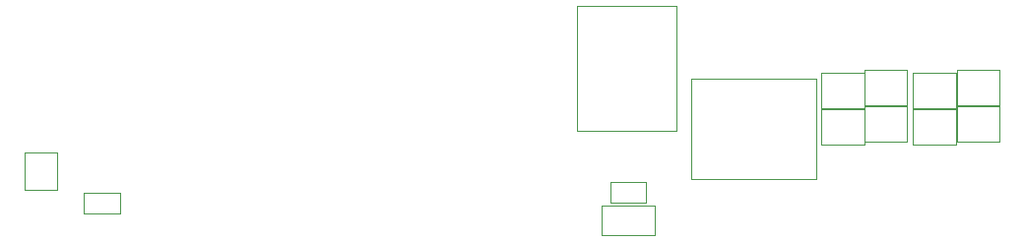
<source format=gbr>
G04 #@! TF.GenerationSoftware,KiCad,Pcbnew,(5.99.0-576-ga860ac506)*
G04 #@! TF.CreationDate,2020-08-23T19:59:58+02:00*
G04 #@! TF.ProjectId,50 pin to 34 pin Floppy Adapter,35302070-696e-4207-946f-203334207069,rev?*
G04 #@! TF.SameCoordinates,Original*
G04 #@! TF.FileFunction,Other,User*
%FSLAX46Y46*%
G04 Gerber Fmt 4.6, Leading zero omitted, Abs format (unit mm)*
G04 Created by KiCad (PCBNEW (5.99.0-576-ga860ac506)) date 2020-08-23 19:59:58*
%MOMM*%
%LPD*%
G04 APERTURE LIST*
%ADD10C,0.050000*%
G04 APERTURE END LIST*
D10*
X84935500Y-39921500D02*
X89435500Y-39921500D01*
X84935500Y-37421500D02*
X84935500Y-39921500D01*
X89435500Y-37421500D02*
X84935500Y-37421500D01*
X89435500Y-39921500D02*
X89435500Y-37421500D01*
X35288000Y-36019500D02*
X35288000Y-32819500D01*
X38088000Y-36019500D02*
X38088000Y-32819500D01*
X38088000Y-36019500D02*
X35288000Y-36019500D01*
X35288000Y-32819500D02*
X38088000Y-32819500D01*
X85638000Y-37158500D02*
X88738000Y-37158500D01*
X85638000Y-37158500D02*
X85638000Y-35358500D01*
X88738000Y-35358500D02*
X88738000Y-37158500D01*
X88738000Y-35358500D02*
X85638000Y-35358500D01*
X43460000Y-36311000D02*
X40360000Y-36311000D01*
X43460000Y-36311000D02*
X43460000Y-38111000D01*
X40360000Y-38111000D02*
X40360000Y-36311000D01*
X40360000Y-38111000D02*
X43460000Y-38111000D01*
X91358500Y-30990500D02*
X82758500Y-30990500D01*
X91358500Y-20190500D02*
X91358500Y-30990500D01*
X82758500Y-20190500D02*
X91358500Y-20190500D01*
X82758500Y-30990500D02*
X82758500Y-20190500D01*
X115388000Y-32157000D02*
X115388000Y-29057000D01*
X115388000Y-32157000D02*
X111688000Y-32157000D01*
X111688000Y-29057000D02*
X115388000Y-29057000D01*
X111688000Y-29057000D02*
X111688000Y-32157000D01*
X119134500Y-31903000D02*
X119134500Y-28803000D01*
X119134500Y-31903000D02*
X115434500Y-31903000D01*
X115434500Y-28803000D02*
X119134500Y-28803000D01*
X115434500Y-28803000D02*
X115434500Y-31903000D01*
X115388000Y-29045500D02*
X115388000Y-25945500D01*
X115388000Y-29045500D02*
X111688000Y-29045500D01*
X111688000Y-25945500D02*
X115388000Y-25945500D01*
X111688000Y-25945500D02*
X111688000Y-29045500D01*
X119134500Y-28791500D02*
X119134500Y-25691500D01*
X119134500Y-28791500D02*
X115434500Y-28791500D01*
X115434500Y-25691500D02*
X119134500Y-25691500D01*
X115434500Y-25691500D02*
X115434500Y-28791500D01*
X103380500Y-35097500D02*
X92580500Y-35097500D01*
X92580500Y-35097500D02*
X92580500Y-26497500D01*
X92580500Y-26497500D02*
X103380500Y-26497500D01*
X103380500Y-26497500D02*
X103380500Y-35097500D01*
X103775500Y-29057000D02*
X103775500Y-32157000D01*
X103775500Y-29057000D02*
X107475500Y-29057000D01*
X107475500Y-32157000D02*
X103775500Y-32157000D01*
X107475500Y-32157000D02*
X107475500Y-29057000D01*
X111184000Y-31903000D02*
X111184000Y-28803000D01*
X111184000Y-31903000D02*
X107484000Y-31903000D01*
X107484000Y-28803000D02*
X111184000Y-28803000D01*
X107484000Y-28803000D02*
X107484000Y-31903000D01*
X103775500Y-25945500D02*
X103775500Y-29045500D01*
X103775500Y-25945500D02*
X107475500Y-25945500D01*
X107475500Y-29045500D02*
X103775500Y-29045500D01*
X107475500Y-29045500D02*
X107475500Y-25945500D01*
X111184000Y-28791500D02*
X111184000Y-25691500D01*
X111184000Y-28791500D02*
X107484000Y-28791500D01*
X107484000Y-25691500D02*
X111184000Y-25691500D01*
X107484000Y-25691500D02*
X107484000Y-28791500D01*
M02*

</source>
